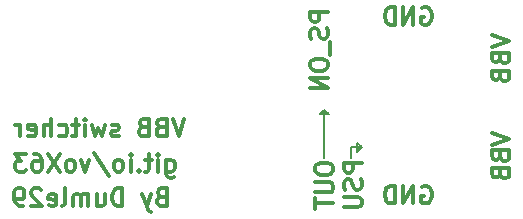
<source format=gbo>
G04 #@! TF.FileFunction,Legend,Bot*
%FSLAX46Y46*%
G04 Gerber Fmt 4.6, Leading zero omitted, Abs format (unit mm)*
G04 Created by KiCad (PCBNEW 4.0.1-stable) date 2016-06-23 02:02:48*
%MOMM*%
G01*
G04 APERTURE LIST*
%ADD10C,0.100000*%
%ADD11C,0.300000*%
%ADD12C,0.200000*%
G04 APERTURE END LIST*
D10*
D11*
X130649120Y-102221291D02*
X130149120Y-103721291D01*
X129649120Y-102221291D01*
X128649120Y-102935577D02*
X128434834Y-103007006D01*
X128363406Y-103078434D01*
X128291977Y-103221291D01*
X128291977Y-103435577D01*
X128363406Y-103578434D01*
X128434834Y-103649863D01*
X128577692Y-103721291D01*
X129149120Y-103721291D01*
X129149120Y-102221291D01*
X128649120Y-102221291D01*
X128506263Y-102292720D01*
X128434834Y-102364149D01*
X128363406Y-102507006D01*
X128363406Y-102649863D01*
X128434834Y-102792720D01*
X128506263Y-102864149D01*
X128649120Y-102935577D01*
X129149120Y-102935577D01*
X127149120Y-102935577D02*
X126934834Y-103007006D01*
X126863406Y-103078434D01*
X126791977Y-103221291D01*
X126791977Y-103435577D01*
X126863406Y-103578434D01*
X126934834Y-103649863D01*
X127077692Y-103721291D01*
X127649120Y-103721291D01*
X127649120Y-102221291D01*
X127149120Y-102221291D01*
X127006263Y-102292720D01*
X126934834Y-102364149D01*
X126863406Y-102507006D01*
X126863406Y-102649863D01*
X126934834Y-102792720D01*
X127006263Y-102864149D01*
X127149120Y-102935577D01*
X127649120Y-102935577D01*
X125077692Y-103649863D02*
X124934835Y-103721291D01*
X124649120Y-103721291D01*
X124506263Y-103649863D01*
X124434835Y-103507006D01*
X124434835Y-103435577D01*
X124506263Y-103292720D01*
X124649120Y-103221291D01*
X124863406Y-103221291D01*
X125006263Y-103149863D01*
X125077692Y-103007006D01*
X125077692Y-102935577D01*
X125006263Y-102792720D01*
X124863406Y-102721291D01*
X124649120Y-102721291D01*
X124506263Y-102792720D01*
X123934834Y-102721291D02*
X123649120Y-103721291D01*
X123363406Y-103007006D01*
X123077691Y-103721291D01*
X122791977Y-102721291D01*
X122220548Y-103721291D02*
X122220548Y-102721291D01*
X122220548Y-102221291D02*
X122291977Y-102292720D01*
X122220548Y-102364149D01*
X122149120Y-102292720D01*
X122220548Y-102221291D01*
X122220548Y-102364149D01*
X121720548Y-102721291D02*
X121149119Y-102721291D01*
X121506262Y-102221291D02*
X121506262Y-103507006D01*
X121434834Y-103649863D01*
X121291976Y-103721291D01*
X121149119Y-103721291D01*
X120006262Y-103649863D02*
X120149119Y-103721291D01*
X120434833Y-103721291D01*
X120577691Y-103649863D01*
X120649119Y-103578434D01*
X120720548Y-103435577D01*
X120720548Y-103007006D01*
X120649119Y-102864149D01*
X120577691Y-102792720D01*
X120434833Y-102721291D01*
X120149119Y-102721291D01*
X120006262Y-102792720D01*
X119363405Y-103721291D02*
X119363405Y-102221291D01*
X118720548Y-103721291D02*
X118720548Y-102935577D01*
X118791977Y-102792720D01*
X118934834Y-102721291D01*
X119149119Y-102721291D01*
X119291977Y-102792720D01*
X119363405Y-102864149D01*
X117434834Y-103649863D02*
X117577691Y-103721291D01*
X117863405Y-103721291D01*
X118006262Y-103649863D01*
X118077691Y-103507006D01*
X118077691Y-102935577D01*
X118006262Y-102792720D01*
X117863405Y-102721291D01*
X117577691Y-102721291D01*
X117434834Y-102792720D01*
X117363405Y-102935577D01*
X117363405Y-103078434D01*
X118077691Y-103221291D01*
X116720548Y-103721291D02*
X116720548Y-102721291D01*
X116720548Y-103007006D02*
X116649120Y-102864149D01*
X116577691Y-102792720D01*
X116434834Y-102721291D01*
X116291977Y-102721291D01*
X129098629Y-105698171D02*
X129098629Y-106912457D01*
X129170058Y-107055314D01*
X129241486Y-107126743D01*
X129384343Y-107198171D01*
X129598629Y-107198171D01*
X129741486Y-107126743D01*
X129098629Y-106626743D02*
X129241486Y-106698171D01*
X129527200Y-106698171D01*
X129670058Y-106626743D01*
X129741486Y-106555314D01*
X129812915Y-106412457D01*
X129812915Y-105983886D01*
X129741486Y-105841029D01*
X129670058Y-105769600D01*
X129527200Y-105698171D01*
X129241486Y-105698171D01*
X129098629Y-105769600D01*
X128384343Y-106698171D02*
X128384343Y-105698171D01*
X128384343Y-105198171D02*
X128455772Y-105269600D01*
X128384343Y-105341029D01*
X128312915Y-105269600D01*
X128384343Y-105198171D01*
X128384343Y-105341029D01*
X127884343Y-105698171D02*
X127312914Y-105698171D01*
X127670057Y-105198171D02*
X127670057Y-106483886D01*
X127598629Y-106626743D01*
X127455771Y-106698171D01*
X127312914Y-106698171D01*
X126812914Y-106555314D02*
X126741486Y-106626743D01*
X126812914Y-106698171D01*
X126884343Y-106626743D01*
X126812914Y-106555314D01*
X126812914Y-106698171D01*
X126098628Y-106698171D02*
X126098628Y-105698171D01*
X126098628Y-105198171D02*
X126170057Y-105269600D01*
X126098628Y-105341029D01*
X126027200Y-105269600D01*
X126098628Y-105198171D01*
X126098628Y-105341029D01*
X125170056Y-106698171D02*
X125312914Y-106626743D01*
X125384342Y-106555314D01*
X125455771Y-106412457D01*
X125455771Y-105983886D01*
X125384342Y-105841029D01*
X125312914Y-105769600D01*
X125170056Y-105698171D01*
X124955771Y-105698171D01*
X124812914Y-105769600D01*
X124741485Y-105841029D01*
X124670056Y-105983886D01*
X124670056Y-106412457D01*
X124741485Y-106555314D01*
X124812914Y-106626743D01*
X124955771Y-106698171D01*
X125170056Y-106698171D01*
X122955771Y-105126743D02*
X124241485Y-107055314D01*
X122598627Y-105698171D02*
X122241484Y-106698171D01*
X121884342Y-105698171D01*
X121098627Y-106698171D02*
X121241485Y-106626743D01*
X121312913Y-106555314D01*
X121384342Y-106412457D01*
X121384342Y-105983886D01*
X121312913Y-105841029D01*
X121241485Y-105769600D01*
X121098627Y-105698171D01*
X120884342Y-105698171D01*
X120741485Y-105769600D01*
X120670056Y-105841029D01*
X120598627Y-105983886D01*
X120598627Y-106412457D01*
X120670056Y-106555314D01*
X120741485Y-106626743D01*
X120884342Y-106698171D01*
X121098627Y-106698171D01*
X120098627Y-105198171D02*
X119098627Y-106698171D01*
X119098627Y-105198171D02*
X120098627Y-106698171D01*
X117884342Y-105198171D02*
X118170056Y-105198171D01*
X118312913Y-105269600D01*
X118384342Y-105341029D01*
X118527199Y-105555314D01*
X118598628Y-105841029D01*
X118598628Y-106412457D01*
X118527199Y-106555314D01*
X118455771Y-106626743D01*
X118312913Y-106698171D01*
X118027199Y-106698171D01*
X117884342Y-106626743D01*
X117812913Y-106555314D01*
X117741485Y-106412457D01*
X117741485Y-106055314D01*
X117812913Y-105912457D01*
X117884342Y-105841029D01*
X118027199Y-105769600D01*
X118312913Y-105769600D01*
X118455771Y-105841029D01*
X118527199Y-105912457D01*
X118598628Y-106055314D01*
X117241485Y-105198171D02*
X116312914Y-105198171D01*
X116812914Y-105769600D01*
X116598628Y-105769600D01*
X116455771Y-105841029D01*
X116384342Y-105912457D01*
X116312914Y-106055314D01*
X116312914Y-106412457D01*
X116384342Y-106555314D01*
X116455771Y-106626743D01*
X116598628Y-106698171D01*
X117027200Y-106698171D01*
X117170057Y-106626743D01*
X117241485Y-106555314D01*
X128665284Y-108833457D02*
X128450998Y-108904886D01*
X128379570Y-108976314D01*
X128308141Y-109119171D01*
X128308141Y-109333457D01*
X128379570Y-109476314D01*
X128450998Y-109547743D01*
X128593856Y-109619171D01*
X129165284Y-109619171D01*
X129165284Y-108119171D01*
X128665284Y-108119171D01*
X128522427Y-108190600D01*
X128450998Y-108262029D01*
X128379570Y-108404886D01*
X128379570Y-108547743D01*
X128450998Y-108690600D01*
X128522427Y-108762029D01*
X128665284Y-108833457D01*
X129165284Y-108833457D01*
X127808141Y-108619171D02*
X127450998Y-109619171D01*
X127093856Y-108619171D02*
X127450998Y-109619171D01*
X127593856Y-109976314D01*
X127665284Y-110047743D01*
X127808141Y-110119171D01*
X125379570Y-109619171D02*
X125379570Y-108119171D01*
X125022427Y-108119171D01*
X124808142Y-108190600D01*
X124665284Y-108333457D01*
X124593856Y-108476314D01*
X124522427Y-108762029D01*
X124522427Y-108976314D01*
X124593856Y-109262029D01*
X124665284Y-109404886D01*
X124808142Y-109547743D01*
X125022427Y-109619171D01*
X125379570Y-109619171D01*
X123236713Y-108619171D02*
X123236713Y-109619171D01*
X123879570Y-108619171D02*
X123879570Y-109404886D01*
X123808142Y-109547743D01*
X123665284Y-109619171D01*
X123450999Y-109619171D01*
X123308142Y-109547743D01*
X123236713Y-109476314D01*
X122522427Y-109619171D02*
X122522427Y-108619171D01*
X122522427Y-108762029D02*
X122450999Y-108690600D01*
X122308141Y-108619171D01*
X122093856Y-108619171D01*
X121950999Y-108690600D01*
X121879570Y-108833457D01*
X121879570Y-109619171D01*
X121879570Y-108833457D02*
X121808141Y-108690600D01*
X121665284Y-108619171D01*
X121450999Y-108619171D01*
X121308141Y-108690600D01*
X121236713Y-108833457D01*
X121236713Y-109619171D01*
X120308141Y-109619171D02*
X120450999Y-109547743D01*
X120522427Y-109404886D01*
X120522427Y-108119171D01*
X119165285Y-109547743D02*
X119308142Y-109619171D01*
X119593856Y-109619171D01*
X119736713Y-109547743D01*
X119808142Y-109404886D01*
X119808142Y-108833457D01*
X119736713Y-108690600D01*
X119593856Y-108619171D01*
X119308142Y-108619171D01*
X119165285Y-108690600D01*
X119093856Y-108833457D01*
X119093856Y-108976314D01*
X119808142Y-109119171D01*
X118522428Y-108262029D02*
X118450999Y-108190600D01*
X118308142Y-108119171D01*
X117950999Y-108119171D01*
X117808142Y-108190600D01*
X117736713Y-108262029D01*
X117665285Y-108404886D01*
X117665285Y-108547743D01*
X117736713Y-108762029D01*
X118593856Y-109619171D01*
X117665285Y-109619171D01*
X116951000Y-109619171D02*
X116665285Y-109619171D01*
X116522428Y-109547743D01*
X116451000Y-109476314D01*
X116308142Y-109262029D01*
X116236714Y-108976314D01*
X116236714Y-108404886D01*
X116308142Y-108262029D01*
X116379571Y-108190600D01*
X116522428Y-108119171D01*
X116808142Y-108119171D01*
X116951000Y-108190600D01*
X117022428Y-108262029D01*
X117093857Y-108404886D01*
X117093857Y-108762029D01*
X117022428Y-108904886D01*
X116951000Y-108976314D01*
X116808142Y-109047743D01*
X116522428Y-109047743D01*
X116379571Y-108976314D01*
X116308142Y-108904886D01*
X116236714Y-108762029D01*
D12*
X145415000Y-104775000D02*
X145415000Y-104521000D01*
X145669000Y-104648000D02*
X145415000Y-104775000D01*
X145288000Y-104267000D02*
X145669000Y-104648000D01*
X145288000Y-105029000D02*
X145288000Y-104267000D01*
X145669000Y-104648000D02*
X145288000Y-105029000D01*
X144780000Y-104648000D02*
X145669000Y-104648000D01*
X144780000Y-104648000D02*
X144780000Y-104775000D01*
X144780000Y-104775000D02*
X144780000Y-105537000D01*
X142494000Y-101473000D02*
X142367000Y-101727000D01*
X142367000Y-101727000D02*
X142621000Y-101727000D01*
X142494000Y-101473000D02*
X142367000Y-101727000D01*
X142367000Y-101727000D02*
X142621000Y-101727000D01*
X142494000Y-101473000D02*
X142875000Y-101854000D01*
X142875000Y-101854000D02*
X142113000Y-101854000D01*
X142113000Y-101854000D02*
X142494000Y-101473000D01*
X142494000Y-101473000D02*
X142875000Y-101854000D01*
X142875000Y-101854000D02*
X142113000Y-101854000D01*
X142113000Y-101854000D02*
X142494000Y-101473000D01*
X142494000Y-101473000D02*
X142494000Y-105537000D01*
D11*
X141742571Y-106323000D02*
X141742571Y-106608714D01*
X141814000Y-106751572D01*
X141956857Y-106894429D01*
X142242571Y-106965857D01*
X142742571Y-106965857D01*
X143028286Y-106894429D01*
X143171143Y-106751572D01*
X143242571Y-106608714D01*
X143242571Y-106323000D01*
X143171143Y-106180143D01*
X143028286Y-106037286D01*
X142742571Y-105965857D01*
X142242571Y-105965857D01*
X141956857Y-106037286D01*
X141814000Y-106180143D01*
X141742571Y-106323000D01*
X141742571Y-107608715D02*
X142956857Y-107608715D01*
X143099714Y-107680143D01*
X143171143Y-107751572D01*
X143242571Y-107894429D01*
X143242571Y-108180143D01*
X143171143Y-108323001D01*
X143099714Y-108394429D01*
X142956857Y-108465858D01*
X141742571Y-108465858D01*
X141742571Y-108965858D02*
X141742571Y-109823001D01*
X143242571Y-109394430D02*
X141742571Y-109394430D01*
X145642571Y-105930143D02*
X144142571Y-105930143D01*
X144142571Y-106501571D01*
X144214000Y-106644429D01*
X144285429Y-106715857D01*
X144428286Y-106787286D01*
X144642571Y-106787286D01*
X144785429Y-106715857D01*
X144856857Y-106644429D01*
X144928286Y-106501571D01*
X144928286Y-105930143D01*
X145571143Y-107358714D02*
X145642571Y-107573000D01*
X145642571Y-107930143D01*
X145571143Y-108073000D01*
X145499714Y-108144429D01*
X145356857Y-108215857D01*
X145214000Y-108215857D01*
X145071143Y-108144429D01*
X144999714Y-108073000D01*
X144928286Y-107930143D01*
X144856857Y-107644429D01*
X144785429Y-107501571D01*
X144714000Y-107430143D01*
X144571143Y-107358714D01*
X144428286Y-107358714D01*
X144285429Y-107430143D01*
X144214000Y-107501571D01*
X144142571Y-107644429D01*
X144142571Y-108001571D01*
X144214000Y-108215857D01*
X144142571Y-108858714D02*
X145356857Y-108858714D01*
X145499714Y-108930142D01*
X145571143Y-109001571D01*
X145642571Y-109144428D01*
X145642571Y-109430142D01*
X145571143Y-109573000D01*
X145499714Y-109644428D01*
X145356857Y-109715857D01*
X144142571Y-109715857D01*
X142791571Y-93143000D02*
X141291571Y-93143000D01*
X141291571Y-93714428D01*
X141363000Y-93857286D01*
X141434429Y-93928714D01*
X141577286Y-94000143D01*
X141791571Y-94000143D01*
X141934429Y-93928714D01*
X142005857Y-93857286D01*
X142077286Y-93714428D01*
X142077286Y-93143000D01*
X142720143Y-94571571D02*
X142791571Y-94785857D01*
X142791571Y-95143000D01*
X142720143Y-95285857D01*
X142648714Y-95357286D01*
X142505857Y-95428714D01*
X142363000Y-95428714D01*
X142220143Y-95357286D01*
X142148714Y-95285857D01*
X142077286Y-95143000D01*
X142005857Y-94857286D01*
X141934429Y-94714428D01*
X141863000Y-94643000D01*
X141720143Y-94571571D01*
X141577286Y-94571571D01*
X141434429Y-94643000D01*
X141363000Y-94714428D01*
X141291571Y-94857286D01*
X141291571Y-95214428D01*
X141363000Y-95428714D01*
X142934429Y-95714428D02*
X142934429Y-96857285D01*
X141291571Y-97500142D02*
X141291571Y-97785856D01*
X141363000Y-97928714D01*
X141505857Y-98071571D01*
X141791571Y-98142999D01*
X142291571Y-98142999D01*
X142577286Y-98071571D01*
X142720143Y-97928714D01*
X142791571Y-97785856D01*
X142791571Y-97500142D01*
X142720143Y-97357285D01*
X142577286Y-97214428D01*
X142291571Y-97142999D01*
X141791571Y-97142999D01*
X141505857Y-97214428D01*
X141363000Y-97357285D01*
X141291571Y-97500142D01*
X142791571Y-98785857D02*
X141291571Y-98785857D01*
X142791571Y-99643000D01*
X141291571Y-99643000D01*
X150748857Y-92849000D02*
X150891714Y-92777571D01*
X151106000Y-92777571D01*
X151320285Y-92849000D01*
X151463143Y-92991857D01*
X151534571Y-93134714D01*
X151606000Y-93420429D01*
X151606000Y-93634714D01*
X151534571Y-93920429D01*
X151463143Y-94063286D01*
X151320285Y-94206143D01*
X151106000Y-94277571D01*
X150963143Y-94277571D01*
X150748857Y-94206143D01*
X150677428Y-94134714D01*
X150677428Y-93634714D01*
X150963143Y-93634714D01*
X150034571Y-94277571D02*
X150034571Y-92777571D01*
X149177428Y-94277571D01*
X149177428Y-92777571D01*
X148463142Y-94277571D02*
X148463142Y-92777571D01*
X148105999Y-92777571D01*
X147891714Y-92849000D01*
X147748856Y-92991857D01*
X147677428Y-93134714D01*
X147605999Y-93420429D01*
X147605999Y-93634714D01*
X147677428Y-93920429D01*
X147748856Y-94063286D01*
X147891714Y-94206143D01*
X148105999Y-94277571D01*
X148463142Y-94277571D01*
X156658571Y-103410000D02*
X158158571Y-103910000D01*
X156658571Y-104410000D01*
X157372857Y-105410000D02*
X157444286Y-105624286D01*
X157515714Y-105695714D01*
X157658571Y-105767143D01*
X157872857Y-105767143D01*
X158015714Y-105695714D01*
X158087143Y-105624286D01*
X158158571Y-105481428D01*
X158158571Y-104910000D01*
X156658571Y-104910000D01*
X156658571Y-105410000D01*
X156730000Y-105552857D01*
X156801429Y-105624286D01*
X156944286Y-105695714D01*
X157087143Y-105695714D01*
X157230000Y-105624286D01*
X157301429Y-105552857D01*
X157372857Y-105410000D01*
X157372857Y-104910000D01*
X157372857Y-106910000D02*
X157444286Y-107124286D01*
X157515714Y-107195714D01*
X157658571Y-107267143D01*
X157872857Y-107267143D01*
X158015714Y-107195714D01*
X158087143Y-107124286D01*
X158158571Y-106981428D01*
X158158571Y-106410000D01*
X156658571Y-106410000D01*
X156658571Y-106910000D01*
X156730000Y-107052857D01*
X156801429Y-107124286D01*
X156944286Y-107195714D01*
X157087143Y-107195714D01*
X157230000Y-107124286D01*
X157301429Y-107052857D01*
X157372857Y-106910000D01*
X157372857Y-106410000D01*
X150748857Y-107962000D02*
X150891714Y-107890571D01*
X151106000Y-107890571D01*
X151320285Y-107962000D01*
X151463143Y-108104857D01*
X151534571Y-108247714D01*
X151606000Y-108533429D01*
X151606000Y-108747714D01*
X151534571Y-109033429D01*
X151463143Y-109176286D01*
X151320285Y-109319143D01*
X151106000Y-109390571D01*
X150963143Y-109390571D01*
X150748857Y-109319143D01*
X150677428Y-109247714D01*
X150677428Y-108747714D01*
X150963143Y-108747714D01*
X150034571Y-109390571D02*
X150034571Y-107890571D01*
X149177428Y-109390571D01*
X149177428Y-107890571D01*
X148463142Y-109390571D02*
X148463142Y-107890571D01*
X148105999Y-107890571D01*
X147891714Y-107962000D01*
X147748856Y-108104857D01*
X147677428Y-108247714D01*
X147605999Y-108533429D01*
X147605999Y-108747714D01*
X147677428Y-109033429D01*
X147748856Y-109176286D01*
X147891714Y-109319143D01*
X148105999Y-109390571D01*
X148463142Y-109390571D01*
X156658571Y-95155000D02*
X158158571Y-95655000D01*
X156658571Y-96155000D01*
X157372857Y-97155000D02*
X157444286Y-97369286D01*
X157515714Y-97440714D01*
X157658571Y-97512143D01*
X157872857Y-97512143D01*
X158015714Y-97440714D01*
X158087143Y-97369286D01*
X158158571Y-97226428D01*
X158158571Y-96655000D01*
X156658571Y-96655000D01*
X156658571Y-97155000D01*
X156730000Y-97297857D01*
X156801429Y-97369286D01*
X156944286Y-97440714D01*
X157087143Y-97440714D01*
X157230000Y-97369286D01*
X157301429Y-97297857D01*
X157372857Y-97155000D01*
X157372857Y-96655000D01*
X157372857Y-98655000D02*
X157444286Y-98869286D01*
X157515714Y-98940714D01*
X157658571Y-99012143D01*
X157872857Y-99012143D01*
X158015714Y-98940714D01*
X158087143Y-98869286D01*
X158158571Y-98726428D01*
X158158571Y-98155000D01*
X156658571Y-98155000D01*
X156658571Y-98655000D01*
X156730000Y-98797857D01*
X156801429Y-98869286D01*
X156944286Y-98940714D01*
X157087143Y-98940714D01*
X157230000Y-98869286D01*
X157301429Y-98797857D01*
X157372857Y-98655000D01*
X157372857Y-98155000D01*
M02*

</source>
